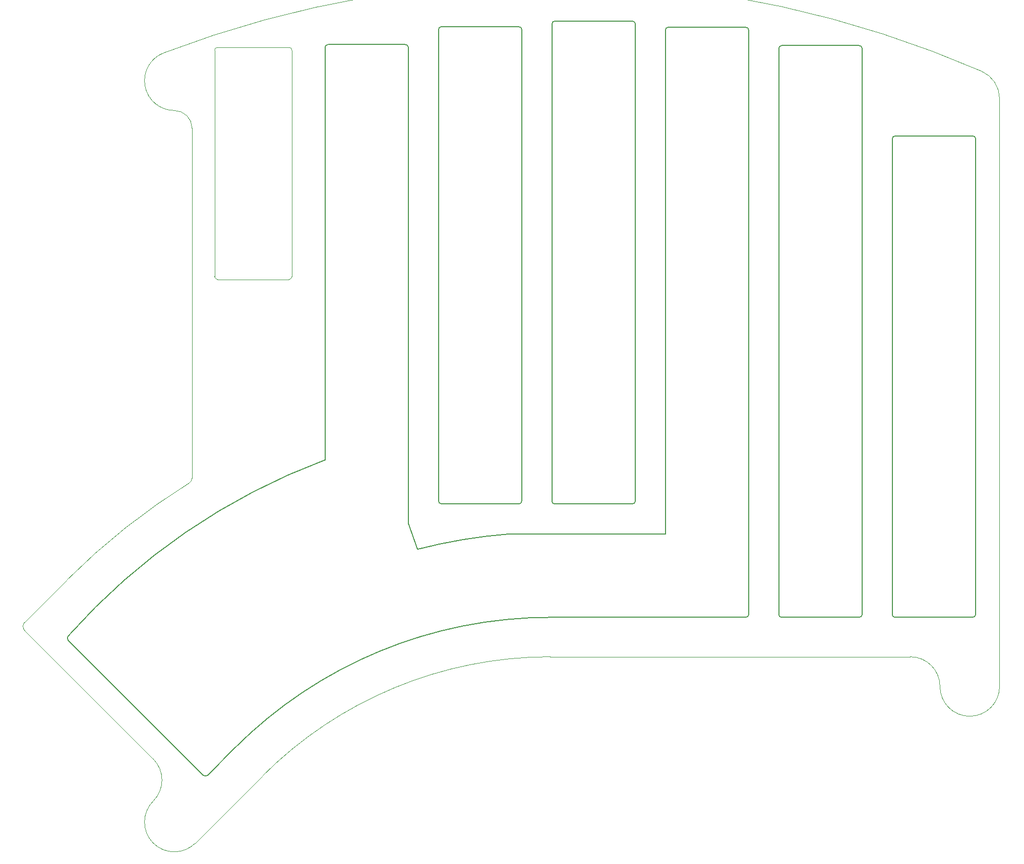
<source format=gm1>
%TF.GenerationSoftware,KiCad,Pcbnew,5.1.12-84ad8e8a86~92~ubuntu20.04.1*%
%TF.CreationDate,2021-11-17T01:50:02+01:00*%
%TF.ProjectId,LergoTopPlate_FR4_Rails,4c657267-6f54-46f7-9050-6c6174655f46,v1.A*%
%TF.SameCoordinates,Original*%
%TF.FileFunction,Profile,NP*%
%FSLAX46Y46*%
G04 Gerber Fmt 4.6, Leading zero omitted, Abs format (unit mm)*
G04 Created by KiCad (PCBNEW 5.1.12-84ad8e8a86~92~ubuntu20.04.1) date 2021-11-17 01:50:02*
%MOMM*%
%LPD*%
G01*
G04 APERTURE LIST*
%TA.AperFunction,Profile*%
%ADD10C,0.150000*%
%TD*%
%TA.AperFunction,Profile*%
%ADD11C,0.120000*%
%TD*%
%TA.AperFunction,Profile*%
%ADD12C,0.100000*%
%TD*%
G04 APERTURE END LIST*
D10*
X137950000Y-109342358D02*
X139444588Y-113682955D01*
X80829449Y-128251077D02*
G75*
G02*
X123950000Y-98666504I80930932J-71742523D01*
G01*
X154760001Y-111120001D02*
X181100000Y-111120000D01*
X195100000Y-124620000D02*
G75*
G02*
X194600000Y-125120000I-500000J0D01*
G01*
X139444588Y-113682956D02*
G75*
G02*
X154760001Y-111120001I22315793J-86310644D01*
G01*
X161760001Y-125120001D02*
X194600000Y-125120000D01*
X108818744Y-147047978D02*
G75*
G02*
X161760001Y-125120001I52941637J-52945622D01*
G01*
X123950000Y-35860000D02*
X123950000Y-98666504D01*
X137950000Y-109342358D02*
X137950000Y-35860000D01*
X143000000Y-32860000D02*
X143000000Y-99050000D01*
X157000000Y-99050000D02*
X157000000Y-32860000D01*
X162050000Y-31900000D02*
X162050000Y-99070000D01*
X176050000Y-99070000D02*
X176050000Y-31900000D01*
X181100000Y-32940000D02*
X181100000Y-111120000D01*
X195100000Y-124620000D02*
X195100000Y-32940000D01*
X200150000Y-36020000D02*
X200150000Y-118120000D01*
X214150000Y-118120000D02*
X214150000Y-36020000D01*
X219200000Y-51200000D02*
X219200000Y-118120000D01*
X233200000Y-118120000D02*
X233200000Y-51200000D01*
D11*
X73524848Y-127344018D02*
G75*
G02*
X73524848Y-125929804I707107J707107D01*
G01*
D12*
X95103365Y-148922535D02*
G75*
G02*
X95103365Y-155993603I-3535534J-3535534D01*
G01*
X102174433Y-163064671D02*
G75*
G02*
X95103365Y-155993603I-3535534J3535534D01*
G01*
X98641295Y-39932170D02*
G75*
G02*
X101614896Y-42905771I0J-2973601D01*
G01*
X98641295Y-39932170D02*
G75*
G02*
X96852971Y-30262004I-2396J4999999D01*
G01*
X222220381Y-131740000D02*
G75*
G02*
X227220381Y-136740000I0J-5000000D01*
G01*
X237220381Y-136740000D02*
G75*
G02*
X227220381Y-136740000I-5000000J0D01*
G01*
X101614896Y-101696929D02*
G75*
G02*
X101143092Y-102545766I-1000000J286D01*
G01*
X101614896Y-42905771D02*
X101614896Y-101696929D01*
X234214126Y-33343544D02*
G75*
G02*
X237220381Y-37928844I-1993745J-4585300D01*
G01*
X96852971Y-30262005D02*
G75*
G02*
X234214126Y-33343544I64907410J-169731595D01*
G01*
X80612709Y-118841943D02*
G75*
G02*
X101143092Y-102545766I81147672J-81151657D01*
G01*
X73524848Y-125929804D02*
X80612709Y-118841943D01*
X95103365Y-148922535D02*
X73524848Y-127344018D01*
X113500343Y-151733562D02*
X102174433Y-163064671D01*
X113500343Y-151733562D02*
G75*
G02*
X161760381Y-131743600I48260038J-48260038D01*
G01*
X161760381Y-131743600D02*
X222220381Y-131740000D01*
X237220381Y-37928844D02*
X237220381Y-136740000D01*
D10*
X104224158Y-151645781D02*
X108820353Y-147049587D01*
X92185666Y-140314394D02*
X103517052Y-151645781D01*
X80829497Y-128958226D02*
X92185666Y-140314394D01*
X104224159Y-151645780D02*
G75*
G02*
X103517052Y-151645781I-353554J353553D01*
G01*
X80829497Y-128958225D02*
G75*
G02*
X80829497Y-128251119I353553J353553D01*
G01*
D11*
X105900000Y-29327500D02*
X117900000Y-29327500D01*
X118400000Y-29827500D02*
X118400000Y-67827500D01*
X117900000Y-68327500D02*
X105900000Y-68327500D01*
X105400000Y-67827500D02*
X105400000Y-29827500D01*
X118400000Y-67827500D02*
G75*
G02*
X117900000Y-68327500I-500000J0D01*
G01*
X105900000Y-68327500D02*
G75*
G02*
X105400000Y-67827500I0J500000D01*
G01*
X105400000Y-29827500D02*
G75*
G02*
X105900000Y-29327500I500000J0D01*
G01*
X117900000Y-29327500D02*
G75*
G02*
X118400000Y-29827500I0J-500000D01*
G01*
D10*
X157000000Y-105550000D02*
X157000000Y-99050000D01*
X143000000Y-99050000D02*
X143000000Y-105550000D01*
X143500000Y-106050000D02*
X156500000Y-106050000D01*
X143500000Y-106050000D02*
G75*
G02*
X143000000Y-105550000I0J500000D01*
G01*
X157000000Y-105550000D02*
G75*
G02*
X156500000Y-106050000I-500000J0D01*
G01*
X123950000Y-29360000D02*
X123950000Y-35860000D01*
X137950000Y-35860000D02*
X137950000Y-29360000D01*
X137450000Y-28860000D02*
X124450000Y-28860000D01*
X137450000Y-28860000D02*
G75*
G02*
X137950000Y-29360000I0J-500000D01*
G01*
X123950000Y-29360000D02*
G75*
G02*
X124450000Y-28860000I500000J0D01*
G01*
X200150000Y-29520000D02*
X200150000Y-36020000D01*
X214150000Y-36020000D02*
X214150000Y-29520000D01*
X213650000Y-29020000D02*
X200650000Y-29020000D01*
X213650000Y-29020000D02*
G75*
G02*
X214150000Y-29520000I0J-500000D01*
G01*
X200150000Y-29520000D02*
G75*
G02*
X200650000Y-29020000I500000J0D01*
G01*
X181100000Y-26440000D02*
X181100000Y-32940000D01*
X195100000Y-32940000D02*
X195100000Y-26440000D01*
X194600000Y-25940000D02*
X181600000Y-25940000D01*
X194600000Y-25940000D02*
G75*
G02*
X195100000Y-26440000I0J-500000D01*
G01*
X181100000Y-26440000D02*
G75*
G02*
X181600000Y-25940000I500000J0D01*
G01*
X162050000Y-25400000D02*
X162050000Y-31900000D01*
X176050000Y-31900000D02*
X176050000Y-25400000D01*
X175550000Y-24900000D02*
X162550000Y-24900000D01*
X175550000Y-24900000D02*
G75*
G02*
X176050000Y-25400000I0J-500000D01*
G01*
X162050000Y-25400000D02*
G75*
G02*
X162550000Y-24900000I500000J0D01*
G01*
X176050000Y-105570000D02*
X176050000Y-99070000D01*
X162050000Y-99070000D02*
X162050000Y-105570000D01*
X162550000Y-106070000D02*
X175550000Y-106070000D01*
X162550000Y-106070000D02*
G75*
G02*
X162050000Y-105570000I0J500000D01*
G01*
X176050000Y-105570000D02*
G75*
G02*
X175550000Y-106070000I-500000J0D01*
G01*
X143000000Y-26360000D02*
X143000000Y-32860000D01*
X157000000Y-32860000D02*
X157000000Y-26360000D01*
X156500000Y-25860000D02*
X143500000Y-25860000D01*
X156500000Y-25860000D02*
G75*
G02*
X157000000Y-26360000I0J-500000D01*
G01*
X143000000Y-26360000D02*
G75*
G02*
X143500000Y-25860000I500000J0D01*
G01*
X219200000Y-44700000D02*
X219200000Y-51200000D01*
X233200000Y-51200000D02*
X233200000Y-44700000D01*
X232700000Y-44200000D02*
X219700000Y-44200000D01*
X232700000Y-44200000D02*
G75*
G02*
X233200000Y-44700000I0J-500000D01*
G01*
X219200000Y-44700000D02*
G75*
G02*
X219700000Y-44200000I500000J0D01*
G01*
X233200000Y-124620000D02*
X233200000Y-118120000D01*
X219200000Y-118120000D02*
X219200000Y-124620000D01*
X219700000Y-125120000D02*
X232700000Y-125120000D01*
X219700000Y-125120000D02*
G75*
G02*
X219200000Y-124620000I0J500000D01*
G01*
X233200000Y-124620000D02*
G75*
G02*
X232700000Y-125120000I-500000J0D01*
G01*
X214150000Y-124620000D02*
X214150000Y-118120000D01*
X200150000Y-118120000D02*
X200150000Y-124620000D01*
X200650000Y-125120000D02*
X213650000Y-125120000D01*
X200650000Y-125120000D02*
G75*
G02*
X200150000Y-124620000I0J500000D01*
G01*
X214150000Y-124620000D02*
G75*
G02*
X213650000Y-125120000I-500000J0D01*
G01*
M02*

</source>
